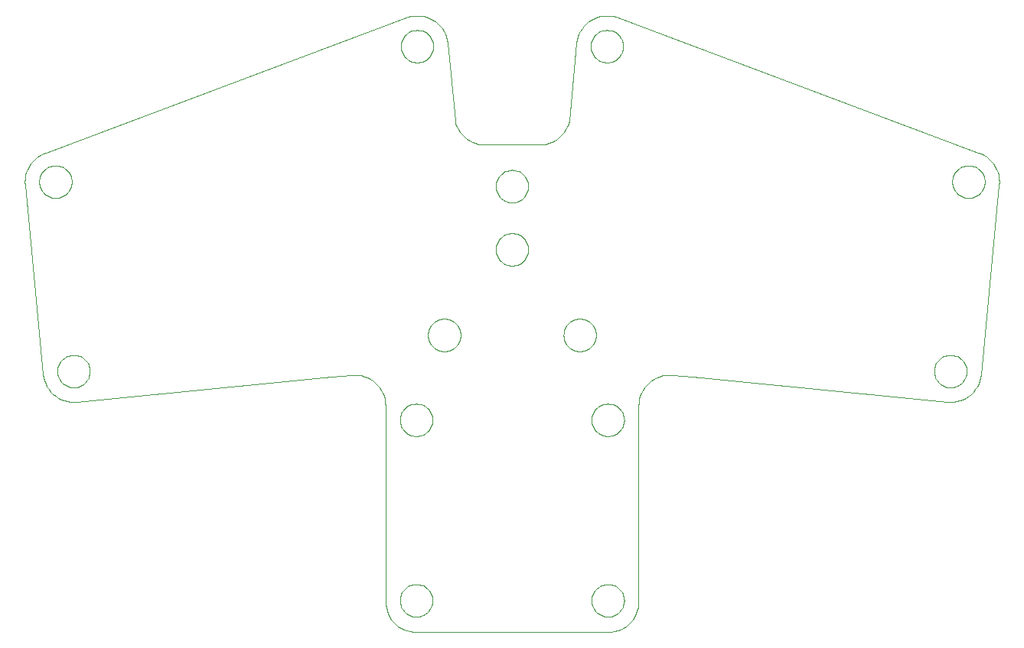
<source format=gbr>
%TF.GenerationSoftware,KiCad,Pcbnew,7.0.8*%
%TF.CreationDate,2023-10-23T18:19:39+02:00*%
%TF.ProjectId,LED_Eyes2,4c45445f-4579-4657-9332-2e6b69636164,rev?*%
%TF.SameCoordinates,Original*%
%TF.FileFunction,Profile,NP*%
%FSLAX46Y46*%
G04 Gerber Fmt 4.6, Leading zero omitted, Abs format (unit mm)*
G04 Created by KiCad (PCBNEW 7.0.8) date 2023-10-23 18:19:39*
%MOMM*%
%LPD*%
G01*
G04 APERTURE LIST*
%TA.AperFunction,Profile*%
%ADD10C,0.100000*%
%TD*%
G04 APERTURE END LIST*
D10*
X128893200Y-134621700D02*
X129075200Y-134572900D01*
X148849390Y-116333610D02*
X148859260Y-116145450D01*
X141505620Y-89375600D02*
X141608240Y-89533600D01*
X189649400Y-88374800D02*
X189817300Y-88289200D01*
X188175100Y-112694270D02*
X187993200Y-112645510D01*
X127737500Y-136889800D02*
X127688700Y-136707800D01*
X149842490Y-71607900D02*
X149498740Y-71700000D01*
X138991400Y-88977400D02*
X139149406Y-88874800D01*
X146282980Y-83484300D02*
X146155450Y-83816500D01*
X149310050Y-107307900D02*
X149261300Y-107489800D01*
X141608240Y-96533600D02*
X141693780Y-96701500D01*
X152410100Y-135959400D02*
X152439500Y-136145400D01*
X193930800Y-89578200D02*
X193875100Y-89226700D01*
X127688700Y-115959370D02*
X127737500Y-115777380D01*
X132076100Y-72658600D02*
X131824450Y-72406900D01*
X188759300Y-89745500D02*
X188788700Y-89559400D01*
X138844980Y-96096000D02*
X138991400Y-95977400D01*
X157804800Y-111352240D02*
X160049400Y-111576700D01*
X152924400Y-138960300D02*
X153176100Y-138708600D01*
X145047860Y-85184300D02*
X144749400Y-85378100D01*
X90817300Y-109289200D02*
X90993200Y-109221700D01*
X152439500Y-116145450D02*
X152449400Y-116333610D01*
X149211740Y-73729200D02*
X149344960Y-73596000D01*
X134108250Y-106033600D02*
X134193790Y-106201500D01*
X141107400Y-91889800D02*
X140949394Y-91992500D01*
X130256310Y-71607900D02*
X129904800Y-71552200D01*
X148905010Y-74201500D02*
X148990550Y-74033600D01*
X128549400Y-117892450D02*
X128391400Y-117789830D01*
X149444950Y-114995950D02*
X149591380Y-114877370D01*
X150649400Y-138133600D02*
X150461200Y-138123700D01*
X141810050Y-90059400D02*
X141839530Y-90245500D01*
X131239540Y-136521800D02*
X131210080Y-136707800D01*
X192310100Y-89559400D02*
X192339500Y-89745500D01*
X128093200Y-73875600D02*
X128211800Y-73729200D01*
X154922700Y-112458560D02*
X155174400Y-112206920D01*
X92449400Y-112492450D02*
X92281500Y-112577990D01*
X91923700Y-109172900D02*
X92105600Y-109221700D01*
X89737600Y-91723700D02*
X89549400Y-91733600D01*
X132175160Y-108694300D02*
X131993170Y-108645500D01*
X128391400Y-117789830D02*
X128245000Y-117671270D01*
X138259270Y-90621800D02*
X138249410Y-90433600D01*
X130507420Y-114877370D02*
X130653850Y-114995950D01*
X149093160Y-73875600D02*
X149211740Y-73729200D01*
X149339530Y-106745500D02*
X149349390Y-106933600D01*
X191300100Y-112932070D02*
X191493900Y-112633610D01*
X91361300Y-112723750D02*
X91175200Y-112694270D01*
X192547900Y-87182900D02*
X192249400Y-86989100D01*
X131210080Y-136707800D02*
X131161310Y-136889800D01*
X149005010Y-135601500D02*
X149090550Y-135433600D01*
X129637600Y-114543460D02*
X129823600Y-114572940D01*
X150549400Y-76733600D02*
X150361200Y-76723700D01*
X190193800Y-110201500D02*
X190261300Y-110377400D01*
X86168000Y-90289000D02*
X88168000Y-111289010D01*
X126922700Y-138708600D02*
X127174400Y-138960300D01*
X92753800Y-109596000D02*
X92887100Y-109729200D01*
X193076100Y-87658600D02*
X192824400Y-87406900D01*
X127737500Y-116889840D02*
X127688700Y-116707850D01*
X138337500Y-89877400D02*
X138405020Y-89701500D01*
X141839530Y-97621800D02*
X141810050Y-97807900D01*
X129175200Y-73172900D02*
X129361300Y-73143500D01*
X134339550Y-107121800D02*
X134310070Y-107307900D01*
X130181540Y-137978000D02*
X130005600Y-138045500D01*
X89788700Y-111307850D02*
X89759300Y-111121760D01*
X138490560Y-98333600D02*
X138405020Y-98165700D01*
X148759250Y-75121800D02*
X148749400Y-74933600D01*
X91549400Y-114333610D02*
X91904800Y-114314980D01*
X146817270Y-108578000D02*
X146649390Y-108492500D01*
X86315800Y-88883000D02*
X86223700Y-89226700D01*
X151753800Y-73596000D02*
X151887000Y-73729200D01*
X86149400Y-89933600D02*
X86168000Y-90289000D01*
X139149406Y-91992500D02*
X138991400Y-91889800D01*
X190261300Y-111489840D02*
X190193800Y-111665730D01*
X152449400Y-136333600D02*
X152439500Y-136521800D01*
X90211800Y-112138040D02*
X90093200Y-111991610D01*
X127749400Y-74933600D02*
X127759300Y-74745500D01*
X149005010Y-115601480D02*
X149090550Y-115433600D01*
X187093200Y-109875600D02*
X187211700Y-109729200D01*
X189105600Y-109221700D02*
X189281500Y-109289200D01*
X127174400Y-138960300D02*
X127451000Y-139184300D01*
X150649400Y-114533610D02*
X150837500Y-114543460D01*
X146344960Y-108271300D02*
X146211740Y-108138000D01*
X191930800Y-111289010D02*
X193930800Y-90289000D01*
X129923700Y-76694300D02*
X129737600Y-76723700D01*
X89990600Y-111833610D02*
X89905000Y-111665730D01*
X127649400Y-136333600D02*
X127659300Y-136145400D01*
X146993160Y-108645500D02*
X146817270Y-108578000D01*
X149349390Y-106933600D02*
X149339530Y-107121800D01*
X139675163Y-92194300D02*
X139493171Y-92145500D01*
X132783000Y-73883000D02*
X132655460Y-73550700D01*
X88491400Y-88477400D02*
X88649400Y-88374800D01*
X131993170Y-105221700D02*
X132175160Y-105172900D01*
X151700000Y-139667200D02*
X152032300Y-139539600D01*
X190549400Y-88133600D02*
X190737500Y-88143500D01*
X87849400Y-86989100D02*
X87550900Y-87182900D01*
X88798700Y-112932070D02*
X89022700Y-113208650D01*
X129737600Y-73143500D02*
X129923700Y-73172900D01*
X188990500Y-90833600D02*
X188905000Y-90665700D01*
X138288750Y-90807900D02*
X138259270Y-90621800D01*
X134261310Y-107489800D02*
X134193790Y-107665700D01*
X189449400Y-112492450D02*
X189281500Y-112577990D01*
X138844980Y-89096000D02*
X138991400Y-88977400D01*
X151256300Y-71607900D02*
X150904800Y-71552200D01*
X131161310Y-135777400D02*
X131210080Y-135959400D01*
X91361300Y-109143500D02*
X91549400Y-109133600D01*
X149261300Y-107489800D02*
X149193780Y-107665700D01*
X91349400Y-89933600D02*
X91339500Y-90121800D01*
X90345000Y-109596000D02*
X90491400Y-109477400D01*
X193875100Y-89226700D02*
X193783000Y-88883000D01*
X151707400Y-117789830D02*
X151549400Y-117892450D01*
X186990500Y-110033600D02*
X187093200Y-109875600D01*
X189491400Y-91389800D02*
X189345000Y-91271300D01*
X125593900Y-113033610D02*
X125755500Y-113350700D01*
X127659300Y-116521770D02*
X127649400Y-116333610D01*
X122649400Y-111333610D02*
X123004800Y-111352240D01*
X152310100Y-74559400D02*
X152339500Y-74745500D01*
X140949394Y-98992500D02*
X140781517Y-99078000D01*
X149491390Y-73477400D02*
X149649390Y-73374800D01*
X150461200Y-138123700D02*
X150275200Y-138094300D01*
X130005600Y-138045500D02*
X129823600Y-138094300D01*
X133449410Y-108492500D02*
X133281530Y-108578000D01*
X151023600Y-114572940D02*
X151205600Y-114621710D01*
X128549400Y-134774700D02*
X128717300Y-134689200D01*
X189600000Y-114167200D02*
X189932300Y-114039660D01*
X149917260Y-114689230D02*
X150093200Y-114621710D01*
X140423637Y-99194300D02*
X140237541Y-99223700D01*
X125883000Y-113682940D02*
X125975100Y-114026710D01*
X147798730Y-72935100D02*
X147604910Y-73233600D01*
X152293800Y-117065740D02*
X152208200Y-117233600D01*
X141761300Y-89877400D02*
X141810050Y-90059400D01*
X131261310Y-74377400D02*
X131310070Y-74559400D01*
X149491390Y-76389800D02*
X149344960Y-76271300D01*
X90753800Y-91271300D02*
X90607400Y-91389800D01*
X191887000Y-91138000D02*
X191753800Y-91271300D01*
X188749400Y-89933600D02*
X188759300Y-89745500D01*
X87990600Y-90833600D02*
X87905000Y-90665700D01*
X131108250Y-75833600D02*
X131005640Y-75991600D01*
X141810050Y-97807900D02*
X141761300Y-97989800D01*
X147737540Y-108723700D02*
X147549400Y-108733600D01*
X125975100Y-114026710D02*
X126030800Y-114378210D01*
X90753800Y-88596000D02*
X90887100Y-88729200D01*
X130105640Y-73221700D02*
X130281530Y-73289200D01*
X134193790Y-106201500D02*
X134261310Y-106377400D01*
X87274400Y-87406900D02*
X87022700Y-87658600D01*
X126049400Y-114733600D02*
X126049400Y-136433600D01*
X140605629Y-95721700D02*
X140781517Y-95789200D01*
X141839530Y-90245500D02*
X141849390Y-90433600D01*
X130181540Y-117977990D02*
X130005600Y-118045510D01*
X132493890Y-73233600D02*
X132300070Y-72935100D01*
X189105600Y-112645510D02*
X188923600Y-112694270D01*
X127993200Y-137391600D02*
X127890600Y-137233600D01*
X131547870Y-72182900D02*
X131249410Y-71989100D01*
X130507420Y-137789800D02*
X130349400Y-137892400D01*
X139861259Y-99223700D02*
X139675163Y-99194300D01*
X149591380Y-117789830D02*
X149444950Y-117671270D01*
X141849390Y-97433600D02*
X141839530Y-97621800D01*
X138337500Y-90989800D02*
X138288750Y-90807900D01*
X140423637Y-88672900D02*
X140605629Y-88721700D01*
X88211800Y-91138000D02*
X88093200Y-90991600D01*
X129823600Y-134572900D02*
X130005600Y-134621700D01*
X86168000Y-89578200D02*
X86149400Y-89933600D01*
X189607400Y-112389840D02*
X189449400Y-112492450D01*
X93108300Y-110033600D02*
X93193800Y-110201500D01*
X190339500Y-111121760D02*
X190310100Y-111307850D01*
X155174400Y-112206920D02*
X155450900Y-111982950D01*
X189211700Y-91138000D02*
X189093200Y-90991600D01*
X141608240Y-98333600D02*
X141505620Y-98491600D01*
X143049400Y-85833600D02*
X137049400Y-85833600D01*
X127749400Y-139378100D02*
X128066500Y-139539600D01*
X189491400Y-88477400D02*
X189649400Y-88374800D01*
X149498740Y-71700000D02*
X149166480Y-71827600D01*
X129075200Y-134572900D02*
X129261300Y-134543400D01*
X187993200Y-109221700D02*
X188175100Y-109172900D01*
X140237541Y-99223700D02*
X140049400Y-99233600D01*
X152105600Y-137391600D02*
X151987100Y-137538000D01*
X187093200Y-111991610D02*
X186990500Y-111833610D01*
X149993160Y-76645500D02*
X149817270Y-76578000D01*
X151449400Y-73374800D02*
X151607400Y-73477400D01*
X149817270Y-76578000D02*
X149649390Y-76492500D01*
X152261300Y-74377400D02*
X152310100Y-74559400D01*
X149344960Y-73596000D02*
X149491390Y-73477400D01*
X130759270Y-107121800D02*
X130749410Y-106933600D01*
X139493171Y-92145500D02*
X139317283Y-92078000D01*
X90491400Y-112389840D02*
X90345000Y-112271260D01*
X133887060Y-105729200D02*
X134005640Y-105875600D01*
X187817300Y-112577990D02*
X187649400Y-112492450D01*
X128245000Y-114995950D02*
X128391400Y-114877370D01*
X91175200Y-112694270D02*
X90993200Y-112645510D01*
X133449410Y-105374800D02*
X133607410Y-105477400D01*
X89549400Y-88133600D02*
X89737600Y-88143500D01*
X146817270Y-105289200D02*
X146993160Y-105221700D01*
X148937490Y-136889800D02*
X148888720Y-136707800D01*
X151987100Y-135129200D02*
X152105600Y-135275600D01*
X132875110Y-74226700D02*
X132783000Y-73883000D01*
X141810050Y-97059400D02*
X141839530Y-97245500D01*
X130990560Y-106033600D02*
X131093180Y-105875600D01*
X152310100Y-75307900D02*
X152261300Y-75489800D01*
X147361240Y-105143500D02*
X147549400Y-105133600D01*
X131817280Y-105289200D02*
X131993170Y-105221700D01*
X135050940Y-85184300D02*
X134774360Y-84960300D01*
X152005600Y-73875600D02*
X152108200Y-74033600D01*
X90993200Y-109221700D02*
X91175200Y-109172900D01*
X123700100Y-111500020D02*
X124032300Y-111627550D01*
X186759300Y-110745460D02*
X186788700Y-110559360D01*
X191607400Y-91389800D02*
X191449400Y-91492500D01*
X134310070Y-106559400D02*
X134339550Y-106745500D01*
X140605629Y-92145500D02*
X140423637Y-92194300D01*
X187345000Y-109596000D02*
X187491400Y-109477400D01*
X152361300Y-115777380D02*
X152410100Y-115959370D01*
X192108200Y-89033600D02*
X192193800Y-89201500D01*
X147175150Y-108694300D02*
X146993160Y-108645500D01*
X134104930Y-84133600D02*
X133943350Y-83816500D01*
X186749400Y-110933600D02*
X186759300Y-110745460D01*
X189887000Y-109729200D02*
X190005600Y-109875600D01*
X126068000Y-136789000D02*
X126123700Y-137140500D01*
X131817280Y-108578000D02*
X131649410Y-108492500D01*
X131310070Y-74559400D02*
X131339550Y-74745500D01*
X148281520Y-105289200D02*
X148449390Y-105374800D01*
X129637600Y-138123700D02*
X129449400Y-138133600D01*
X134005640Y-105875600D02*
X134108250Y-106033600D01*
X151381500Y-114689230D02*
X151549400Y-114774760D01*
X191875100Y-111640510D02*
X191930800Y-111289010D01*
X151607400Y-76389800D02*
X151449400Y-76492500D01*
X153593900Y-138133600D02*
X153755400Y-137816500D01*
X130990560Y-107833600D02*
X130905020Y-107665700D01*
X149311730Y-135129200D02*
X149444950Y-134995900D01*
X131005640Y-73875600D02*
X131108250Y-74033600D01*
X138593180Y-89375600D02*
X138711750Y-89229200D01*
X152293800Y-115601480D02*
X152361300Y-115777380D01*
X189449400Y-109374800D02*
X189607400Y-109477400D01*
X186759300Y-111121760D02*
X186749400Y-110933600D01*
X150093200Y-114621710D02*
X150275200Y-114572940D01*
X93005600Y-111991610D02*
X92887100Y-112138040D01*
X157449400Y-111333610D02*
X157804800Y-111352240D01*
X190310100Y-111307850D02*
X190261300Y-111489840D01*
X148281520Y-108578000D02*
X148105630Y-108645500D01*
X190261300Y-110377400D02*
X190310100Y-110559360D01*
X152208200Y-135433600D02*
X152293800Y-135601500D01*
X152361300Y-136889800D02*
X152293800Y-137065700D01*
X131005640Y-75991600D02*
X130887060Y-76138000D01*
X190005600Y-111991610D02*
X189887000Y-112138040D01*
X152193800Y-75665700D02*
X152108200Y-75833600D01*
X192108200Y-90833600D02*
X192005600Y-90991600D01*
X93310100Y-110559360D02*
X93339500Y-110745460D01*
X188788700Y-89559400D02*
X188837500Y-89377400D01*
X154030800Y-136789000D02*
X154049400Y-136433600D01*
X128345000Y-73596000D02*
X128491400Y-73477400D01*
X192339500Y-89745500D02*
X192349400Y-89933600D01*
X150361200Y-73143500D02*
X150549400Y-73133600D01*
X131824450Y-72406900D02*
X131547870Y-72182900D01*
X152339500Y-74745500D02*
X152349400Y-74933600D01*
X154343300Y-113350700D02*
X154504900Y-113033610D01*
X141761300Y-90989800D02*
X141693780Y-91165700D01*
X188990500Y-89033600D02*
X189093200Y-88875600D01*
X144432300Y-85539700D02*
X144100040Y-85667200D01*
X145990550Y-107833600D02*
X145905010Y-107665700D01*
X150837500Y-114543460D02*
X151023600Y-114572940D01*
X91194000Y-114314980D02*
X91549400Y-114333610D01*
X92281500Y-112577990D02*
X92105600Y-112645510D01*
X141693780Y-98165700D02*
X141608240Y-98333600D01*
X140949394Y-95874800D02*
X141107400Y-95977400D01*
X128211800Y-73729200D02*
X128345000Y-73596000D01*
X90449400Y-88374800D02*
X90607400Y-88477400D01*
X90993200Y-112645510D02*
X90817300Y-112577990D01*
X149591380Y-114877370D02*
X149749400Y-114774760D01*
X131261310Y-75489800D02*
X131193790Y-75665700D01*
X92105600Y-112645510D02*
X91923700Y-112694270D01*
X134298740Y-84432100D02*
X134104930Y-84133600D01*
X129261300Y-134543400D02*
X129449400Y-134533600D01*
X130653850Y-114995950D02*
X130787070Y-115129170D01*
X191281500Y-91578000D02*
X191105600Y-91645500D01*
X152005600Y-75991600D02*
X151887000Y-76138000D01*
X133887060Y-108138000D02*
X133753840Y-108271300D01*
X91339500Y-90121800D02*
X91310100Y-90307900D01*
X152105600Y-115275600D02*
X152208200Y-115433600D01*
X128717300Y-134689200D02*
X128893200Y-134621700D01*
X90607400Y-91389800D02*
X90449400Y-91492500D01*
X190310100Y-110559360D02*
X190339500Y-110745460D01*
X145837490Y-106377400D02*
X145905010Y-106201500D01*
X92887100Y-109729200D02*
X93005600Y-109875600D01*
X128491400Y-76389800D02*
X128345000Y-76271300D01*
X132737560Y-105143500D02*
X132923650Y-105172900D01*
X134522710Y-84708700D02*
X134298740Y-84432100D01*
X152349400Y-139378100D02*
X152647800Y-139184300D01*
X130449410Y-73374800D02*
X130607410Y-73477400D01*
X131008250Y-137233600D02*
X130905630Y-137391600D01*
X87788700Y-90307900D02*
X87759300Y-90121800D01*
X149917260Y-134689200D02*
X150093200Y-134621700D01*
X129449400Y-138133600D02*
X129261300Y-138123700D01*
X131249410Y-116333610D02*
X131239540Y-116521770D01*
X192349400Y-89933600D02*
X192339500Y-90121800D01*
X141693780Y-89701500D02*
X141761300Y-89877400D01*
X128391400Y-134877400D02*
X128549400Y-134774700D01*
X87788700Y-89559400D02*
X87837500Y-89377400D01*
X130607410Y-73477400D02*
X130753840Y-73596000D01*
X131108250Y-74033600D02*
X131193790Y-74201500D01*
X190193800Y-111665730D02*
X190108200Y-111833610D01*
X151381500Y-117977990D02*
X151205600Y-118045510D01*
X134310070Y-107307900D02*
X134261310Y-107489800D01*
X123356300Y-111407900D02*
X123700100Y-111500020D01*
X151205600Y-114621710D02*
X151381500Y-114689230D01*
X93261300Y-110377400D02*
X93310100Y-110559360D01*
X147443340Y-73550700D02*
X147315800Y-73883000D01*
X126123700Y-137140500D02*
X126215800Y-137484200D01*
X86798700Y-87935100D02*
X86604900Y-88233600D01*
X138259270Y-97245500D02*
X138288750Y-97059400D01*
X130837500Y-106377400D02*
X130905020Y-106201500D01*
X152439500Y-136521800D02*
X152410100Y-136707800D01*
X141693780Y-96701500D02*
X141761300Y-96877400D01*
X191783000Y-111984260D02*
X191875100Y-111640510D01*
X129361300Y-76723700D02*
X129175200Y-76694300D01*
X151853800Y-137671300D02*
X151707400Y-137789800D01*
X190737500Y-91723700D02*
X190549400Y-91733600D01*
X131239540Y-116521770D02*
X131210080Y-116707850D01*
X130181540Y-114689230D02*
X130349400Y-114774760D01*
X138844980Y-98771300D02*
X138711750Y-98638000D01*
X138711750Y-96229200D02*
X138844980Y-96096000D01*
X131093790Y-137065700D02*
X131008250Y-137233600D01*
X130787070Y-137538000D02*
X130653850Y-137671300D01*
X141608240Y-89533600D02*
X141693780Y-89701500D01*
X130607410Y-76389800D02*
X130449410Y-76492500D01*
X189093200Y-88875600D02*
X189211700Y-88729200D01*
X130653850Y-134995900D02*
X130787070Y-135129200D01*
X89759300Y-111121760D02*
X89749400Y-110933600D01*
X188549400Y-112733600D02*
X188361200Y-112723750D01*
X128549400Y-114774760D02*
X128717300Y-114689230D01*
X130787070Y-115129170D02*
X130905630Y-115275600D01*
X154698700Y-112735140D02*
X154922700Y-112458560D01*
X193655400Y-88550700D02*
X193493900Y-88233600D01*
X124647900Y-111982950D02*
X124924400Y-112206920D01*
X93310100Y-111307850D02*
X93261300Y-111489840D01*
X130749410Y-106933600D02*
X130759270Y-106745500D01*
X127890600Y-117233600D02*
X127805000Y-117065740D01*
X129823600Y-114572940D02*
X130005600Y-114621710D01*
X151549400Y-137892400D02*
X151381500Y-137978000D01*
X154123700Y-114026710D02*
X154215800Y-113682940D01*
X149193780Y-107665700D02*
X149108240Y-107833600D01*
X127837500Y-75489800D02*
X127788700Y-75307900D01*
X90166500Y-114039660D02*
X90498800Y-114167200D01*
X146211740Y-105729200D02*
X146344960Y-105596000D01*
X133753840Y-108271300D02*
X133607410Y-108389800D01*
X128893200Y-118045510D02*
X128717300Y-117977990D01*
X150549400Y-73133600D02*
X150737500Y-73143500D01*
X88345000Y-88596000D02*
X88491400Y-88477400D01*
X88093200Y-88875600D02*
X88211800Y-88729200D01*
X156742500Y-111407900D02*
X157094000Y-111352240D01*
X152410100Y-115959370D02*
X152439500Y-116145450D01*
X188923600Y-109172900D02*
X189105600Y-109221700D01*
X133105640Y-105221700D02*
X133281530Y-105289200D01*
X145749400Y-106933600D02*
X145759250Y-106745500D01*
X187993200Y-112645510D02*
X187817300Y-112577990D01*
X131093790Y-117065740D02*
X131008250Y-117233600D01*
X149591380Y-137789800D02*
X149444950Y-137671300D01*
X90345000Y-112271260D02*
X90211800Y-112138040D01*
X132655460Y-73550700D02*
X132493890Y-73233600D01*
X148859260Y-136145400D02*
X148888720Y-135959400D01*
X141253820Y-96096000D02*
X141387050Y-96229200D01*
X150649400Y-118133610D02*
X150461200Y-118123740D01*
X89022700Y-113208650D02*
X89274400Y-113460300D01*
X146344960Y-105596000D02*
X146491390Y-105477400D01*
X145990550Y-106033600D02*
X146093160Y-105875600D01*
X147737540Y-105143500D02*
X147923640Y-105172900D01*
X90281500Y-88289200D02*
X90449400Y-88374800D01*
X149090550Y-135433600D02*
X149193170Y-135275600D01*
X151753800Y-76271300D02*
X151607400Y-76389800D01*
X151987100Y-137538000D02*
X151853800Y-137671300D01*
X129449400Y-118133610D02*
X129261300Y-118123740D01*
X138288750Y-90059400D02*
X138337500Y-89877400D01*
X128245000Y-137671300D02*
X128111700Y-137538000D01*
X90498800Y-114167200D02*
X90842500Y-114259310D01*
X130653850Y-137671300D02*
X130507420Y-137789800D01*
X187649400Y-112492450D02*
X187491400Y-112389840D01*
X89361300Y-88143500D02*
X89549400Y-88133600D01*
X88166500Y-86827600D02*
X87849400Y-86989100D01*
X129075200Y-114572940D02*
X129261300Y-114543460D01*
X138490560Y-91333600D02*
X138405020Y-91165700D01*
X151023600Y-118094280D02*
X150837500Y-118123740D01*
X87550900Y-87182900D02*
X87274400Y-87406900D01*
X149193170Y-115275600D02*
X149311730Y-115129170D01*
X188194000Y-114314980D02*
X188549400Y-114333610D01*
X149193780Y-106201500D02*
X149261300Y-106377400D01*
X144749400Y-85378100D02*
X144432300Y-85539700D01*
X128817300Y-76578000D02*
X128649400Y-76492500D01*
X134774360Y-84960300D02*
X134522710Y-84708700D01*
X141387050Y-96229200D02*
X141505620Y-96375600D01*
X151281500Y-73289200D02*
X151449400Y-73374800D01*
X192193800Y-89201500D02*
X192261300Y-89377400D01*
X149193170Y-117391620D02*
X149090550Y-117233600D01*
X149339530Y-107121800D02*
X149310050Y-107307900D01*
X131993170Y-108645500D02*
X131817280Y-108578000D01*
X131161310Y-116889840D02*
X131093790Y-117065740D01*
X139317283Y-88789200D02*
X139493171Y-88721700D01*
X129549400Y-73133600D02*
X129737600Y-73143500D01*
X130932320Y-71827600D02*
X130600060Y-71700000D01*
X134005640Y-107991600D02*
X133887060Y-108138000D01*
X133281530Y-105289200D02*
X133449410Y-105374800D01*
X130653850Y-117671270D02*
X130507420Y-117789830D01*
X93193800Y-110201500D02*
X93261300Y-110377400D01*
X190175100Y-88172900D02*
X190361200Y-88143500D01*
X151356300Y-139759300D02*
X151700000Y-139667200D01*
X151707400Y-137789800D02*
X151549400Y-137892400D01*
X86223700Y-89226700D02*
X86168000Y-89578200D01*
X190923600Y-88172900D02*
X191105600Y-88221700D01*
X149817270Y-73289200D02*
X149993160Y-73221700D01*
X124032300Y-111627550D02*
X124349400Y-111789110D01*
X191753800Y-88596000D02*
X191887000Y-88729200D01*
X131210080Y-116707850D02*
X131161310Y-116889840D01*
X141253820Y-98771300D02*
X141107400Y-98889800D01*
X131008250Y-135433600D02*
X131093790Y-135601500D01*
X189345000Y-91271300D02*
X189211700Y-91138000D01*
X89788700Y-110559360D02*
X89837500Y-110377400D01*
X130005600Y-134621700D02*
X130181540Y-134689200D01*
X148753820Y-108271300D02*
X148607400Y-108389800D01*
X188549400Y-109133600D02*
X188737500Y-109143500D01*
X88168000Y-111289010D02*
X88223700Y-111640510D01*
X128993200Y-76645500D02*
X128817300Y-76578000D01*
X152261300Y-75489800D02*
X152193800Y-75665700D01*
X140237541Y-95643500D02*
X140423637Y-95672900D01*
X188837500Y-89377400D02*
X188905000Y-89201500D01*
X131249410Y-136333600D02*
X131239540Y-136521800D01*
X189607400Y-109477400D02*
X189753800Y-109596000D01*
X152410100Y-116707850D02*
X152361300Y-116889840D01*
X189753800Y-112271260D02*
X189607400Y-112389840D01*
X91108300Y-90833600D02*
X91005600Y-90991600D01*
X87905000Y-89201500D02*
X87990600Y-89033600D01*
X127890600Y-137233600D02*
X127805000Y-137065700D01*
X141253820Y-91771300D02*
X141107400Y-91889800D01*
X152361300Y-135777400D02*
X152410100Y-135959400D01*
X150904800Y-71552200D02*
X150549400Y-71533600D01*
X131239540Y-136145400D02*
X131249410Y-136333600D01*
X134261310Y-106377400D02*
X134310070Y-106559400D01*
X89990600Y-110033600D02*
X90093200Y-109875600D01*
X139493171Y-99145500D02*
X139317283Y-99078000D01*
X148888720Y-115959370D02*
X148937490Y-115777380D01*
X88498800Y-86700000D02*
X88166500Y-86827600D01*
X88093200Y-90991600D02*
X87990600Y-90833600D01*
X132549400Y-105133600D02*
X132737560Y-105143500D01*
X132175160Y-105172900D02*
X132361260Y-105143500D01*
X147923640Y-105172900D02*
X148105630Y-105221700D01*
X145905010Y-107665700D02*
X145837490Y-107489800D01*
X151205600Y-138045500D02*
X151023600Y-138094300D01*
X188361200Y-112723750D02*
X188175100Y-112694270D01*
X152105600Y-117391620D02*
X151987100Y-117538050D01*
X141693780Y-91165700D02*
X141608240Y-91333600D01*
X188904800Y-114314980D02*
X189256300Y-114259310D01*
X131491400Y-108389800D02*
X131344980Y-108271300D01*
X138249410Y-90433600D02*
X138259270Y-90245500D01*
X130788750Y-106559400D02*
X130837500Y-106377400D01*
X150093200Y-138045500D02*
X149917260Y-137978000D01*
X150093200Y-134621700D02*
X150275200Y-134572900D01*
X128717300Y-117977990D02*
X128549400Y-117892450D01*
X147361240Y-108723700D02*
X147175150Y-108694300D01*
X130887060Y-76138000D02*
X130753840Y-76271300D01*
X149166480Y-71827600D02*
X148849390Y-71989100D01*
X120049400Y-111569160D02*
X120049400Y-111576700D01*
X153755400Y-137816500D02*
X153883000Y-137484200D01*
X127737500Y-115777380D02*
X127805000Y-115601480D01*
X145324440Y-84960300D02*
X145047860Y-85184300D01*
X128111700Y-137538000D02*
X127993200Y-137391600D01*
X127737500Y-135777400D02*
X127805000Y-135601500D01*
X145800060Y-84432100D02*
X145576090Y-84708700D01*
X149444950Y-137671300D02*
X149311730Y-137538000D01*
X190175100Y-91694300D02*
X189993200Y-91645500D01*
X148888720Y-136707800D02*
X148859260Y-136521800D01*
X89175200Y-88172900D02*
X89361300Y-88143500D01*
X129449400Y-139833600D02*
X150649400Y-139833600D01*
X88649400Y-88374800D02*
X88817300Y-88289200D01*
X147923640Y-108694300D02*
X147737540Y-108723700D01*
X138405020Y-96701500D02*
X138490560Y-96533600D01*
X139317283Y-99078000D02*
X139149406Y-98992500D01*
X190005600Y-109875600D02*
X190108200Y-110033600D01*
X149005620Y-105875600D02*
X149108240Y-106033600D01*
X129075200Y-118094280D02*
X128893200Y-118045510D01*
X138259270Y-97621800D02*
X138249410Y-97433600D01*
X130753840Y-76271300D02*
X130607410Y-76389800D01*
X141839530Y-97245500D02*
X141849390Y-97433600D01*
X188905000Y-90665700D02*
X188837500Y-90489800D01*
X191105600Y-91645500D02*
X190923600Y-91694300D01*
X147175150Y-105172900D02*
X147361240Y-105143500D01*
X88993200Y-91645500D02*
X88817300Y-91578000D01*
X127659300Y-136521800D02*
X127649400Y-136333600D01*
X152293800Y-137065700D02*
X152208200Y-137233600D01*
X129261300Y-118123740D02*
X129075200Y-118094280D01*
X131093180Y-105875600D02*
X131211750Y-105729200D01*
X131344980Y-108271300D02*
X131211750Y-108138000D01*
X190361200Y-88143500D02*
X190549400Y-88133600D01*
X154504900Y-113033610D02*
X154698700Y-112735140D01*
X151549400Y-114774760D02*
X151707400Y-114877370D01*
X139149406Y-88874800D02*
X139317283Y-88789200D01*
X149005010Y-137065700D02*
X148937490Y-136889800D01*
X140049400Y-95633600D02*
X140237541Y-95643500D01*
X193493900Y-88233600D02*
X193300100Y-87935100D01*
X130788750Y-107307900D02*
X130759270Y-107121800D01*
X141387050Y-98638000D02*
X141253820Y-98771300D01*
X146491390Y-105477400D02*
X146649390Y-105374800D01*
X190361200Y-91723700D02*
X190175100Y-91694300D01*
X150461200Y-118123740D02*
X150275200Y-118094280D01*
X141505620Y-96375600D02*
X141608240Y-96533600D01*
X145759250Y-106745500D02*
X145788730Y-106559400D01*
X93005600Y-109875600D02*
X93108300Y-110033600D01*
X149090550Y-117233600D02*
X149005010Y-117065740D01*
X189753800Y-109596000D02*
X189887000Y-109729200D01*
X148849390Y-71989100D02*
X148550930Y-72182900D01*
X93339500Y-110745460D02*
X93349400Y-110933600D01*
X131008250Y-115433600D02*
X131093790Y-115601480D01*
X130837500Y-107489800D02*
X130788750Y-107307900D01*
X189993200Y-88221700D02*
X190175100Y-88172900D01*
X92887100Y-112138040D02*
X92753800Y-112271260D01*
X155749400Y-111789110D02*
X156066500Y-111627550D01*
X190923600Y-91694300D02*
X190737500Y-91723700D01*
X152108200Y-74033600D02*
X152193800Y-74201500D01*
X128345000Y-76271300D02*
X128211800Y-76138000D01*
X189281500Y-109289200D02*
X189449400Y-109374800D01*
X130905630Y-137391600D02*
X130787070Y-137538000D01*
X132930780Y-74578200D02*
X132875110Y-74226700D01*
X148888720Y-116707850D02*
X148859260Y-116521770D01*
X128391400Y-114877370D02*
X128549400Y-114774760D01*
X136342510Y-85759300D02*
X135998760Y-85667200D01*
X91904800Y-114314980D02*
X120049400Y-111569160D01*
X131249410Y-71989100D02*
X130932320Y-71827600D01*
X147315800Y-73883000D02*
X147223690Y-74226700D01*
X130281530Y-73289200D02*
X130449410Y-73374800D01*
X148905010Y-75665700D02*
X148837490Y-75489800D01*
X148753820Y-105596000D02*
X148887050Y-105729200D01*
X131239540Y-116145450D02*
X131249410Y-116333610D01*
X138405020Y-98165700D02*
X138337500Y-97989800D01*
X148607400Y-108389800D02*
X148449390Y-108492500D01*
X138337500Y-96877400D02*
X138405020Y-96701500D01*
X133607410Y-108389800D02*
X133449410Y-108492500D01*
X92449400Y-109374800D02*
X92607400Y-109477400D01*
X150275200Y-134572900D02*
X150461200Y-134543400D01*
X150275200Y-138094300D02*
X150093200Y-138045500D01*
X138844980Y-91771300D02*
X138711750Y-91638000D01*
X130759270Y-106745500D02*
X130788750Y-106559400D01*
X146093160Y-107991600D02*
X145990550Y-107833600D01*
X148887050Y-108138000D02*
X148753820Y-108271300D01*
X128111700Y-135129200D02*
X128245000Y-134995900D01*
X139149406Y-95874800D02*
X139317283Y-95789200D01*
X91193800Y-89201500D02*
X91261300Y-89377400D01*
X140237541Y-88643500D02*
X140423637Y-88672900D01*
X89549400Y-91733600D02*
X89361300Y-91723700D01*
X188923600Y-112694270D02*
X188737500Y-112723750D01*
X148105630Y-105221700D02*
X148281520Y-105289200D01*
X148888720Y-135959400D02*
X148937490Y-135777400D01*
X141761300Y-96877400D02*
X141810050Y-97059400D01*
X139493171Y-88721700D02*
X139675163Y-88672900D01*
X138288750Y-97807900D02*
X138259270Y-97621800D01*
X149311730Y-137538000D02*
X149193170Y-137391600D01*
X92281500Y-109289200D02*
X92449400Y-109374800D01*
X150923600Y-76694300D02*
X150737500Y-76723700D01*
X141608240Y-91333600D02*
X141505620Y-91491600D01*
X150837500Y-138123700D02*
X150649400Y-138133600D01*
X153975100Y-137140500D02*
X154030800Y-136789000D01*
X88223700Y-111640510D02*
X88315800Y-111984260D01*
X145576090Y-84708700D02*
X145324440Y-84960300D01*
X123004800Y-111352240D02*
X123356300Y-111407900D01*
X149261300Y-106377400D02*
X149310050Y-106559400D01*
X131008250Y-117233600D02*
X130905630Y-117391620D01*
X127805000Y-115601480D02*
X127890600Y-115433600D01*
X141810050Y-90807900D02*
X141761300Y-90989800D01*
X124924400Y-112206920D02*
X125176100Y-112458560D01*
X150837500Y-118123740D02*
X150649400Y-118133610D01*
X152032300Y-139539600D02*
X152349400Y-139378100D01*
X89923700Y-91694300D02*
X89737600Y-91723700D01*
X141387050Y-89229200D02*
X141505620Y-89375600D01*
X133105640Y-108645500D02*
X132923650Y-108694300D01*
X126698800Y-138432100D02*
X126922700Y-138708600D01*
X188737500Y-109143500D02*
X188923600Y-109172900D01*
X91549400Y-109133600D02*
X91737600Y-109143500D01*
X149090550Y-137233600D02*
X149005010Y-137065700D01*
X192824400Y-87406900D02*
X192547900Y-87182900D01*
X92607400Y-109477400D02*
X92753800Y-109596000D01*
X191493900Y-112633610D02*
X191655400Y-112316520D01*
X140049400Y-92233600D02*
X139861259Y-92223700D01*
X186837500Y-110377400D02*
X186905000Y-110201500D01*
X128717300Y-137978000D02*
X128549400Y-137892400D01*
X148837490Y-74377400D02*
X148905010Y-74201500D01*
X130181540Y-134689200D02*
X130349400Y-134774700D01*
X129823600Y-118094280D02*
X129637600Y-118123740D01*
X138490560Y-89533600D02*
X138593180Y-89375600D01*
X140781517Y-99078000D02*
X140605629Y-99145500D01*
X129449400Y-134533600D02*
X129637600Y-134543400D01*
X148937490Y-135777400D02*
X149005010Y-135601500D01*
X127805000Y-137065700D02*
X127737500Y-136889800D01*
X188837500Y-90489800D02*
X188788700Y-90307900D01*
X150361200Y-76723700D02*
X150175100Y-76694300D01*
X150175100Y-76694300D02*
X149993160Y-76645500D01*
X89837500Y-111489840D02*
X89788700Y-111307850D01*
X88345000Y-91271300D02*
X88211800Y-91138000D01*
X151023600Y-138094300D02*
X150837500Y-138123700D01*
X128993200Y-73221700D02*
X129175200Y-73172900D01*
X127688700Y-136707800D02*
X127659300Y-136521800D01*
X149311730Y-115129170D02*
X149444950Y-114995950D01*
X151707400Y-134877400D02*
X151853800Y-134995900D01*
X154215800Y-113682940D02*
X154343300Y-113350700D01*
X131649410Y-105374800D02*
X131817280Y-105289200D01*
X152439500Y-116521770D02*
X152410100Y-116707850D01*
X138337500Y-97989800D02*
X138288750Y-97807900D01*
X186837500Y-111489840D02*
X186788700Y-111307850D01*
X130787070Y-117538050D02*
X130653850Y-117671270D01*
X91175200Y-109172900D02*
X91361300Y-109143500D01*
X127993200Y-115275600D02*
X128111700Y-115129170D01*
X191600000Y-86700000D02*
X151600000Y-71700000D01*
X192005600Y-90991600D02*
X191887000Y-91138000D01*
X127805000Y-135601500D02*
X127890600Y-135433600D01*
X160049400Y-111576700D02*
X160049400Y-111569160D01*
X149108240Y-107833600D02*
X149005620Y-107991600D01*
X91737600Y-112723750D02*
X91549400Y-112733600D01*
X91310100Y-89559400D02*
X91339500Y-89745500D01*
X133943350Y-83816500D02*
X133815820Y-83484300D01*
X130349400Y-114774760D02*
X130507420Y-114877370D01*
X127688700Y-135959400D02*
X127737500Y-135777400D01*
X151449400Y-76492500D02*
X151281500Y-76578000D01*
X131211750Y-108138000D02*
X131093180Y-107991600D01*
X134193790Y-107665700D02*
X134108250Y-107833600D01*
X188737500Y-112723750D02*
X188549400Y-112733600D01*
X141505620Y-91491600D02*
X141387050Y-91638000D01*
X149108240Y-106033600D02*
X149193780Y-106201500D01*
X149749400Y-117892450D02*
X149591380Y-117789830D01*
X150737500Y-73143500D02*
X150923600Y-73172900D01*
X134339550Y-106745500D02*
X134349400Y-106933600D01*
X131093790Y-115601480D02*
X131161310Y-115777380D01*
X130905020Y-106201500D02*
X130990560Y-106033600D01*
X129549400Y-71533600D02*
X129194000Y-71552200D01*
X148937490Y-115777380D02*
X149005010Y-115601480D01*
X128093200Y-75991600D02*
X127990600Y-75833600D01*
X148859260Y-116145450D02*
X148888720Y-115959370D01*
X141107400Y-95977400D02*
X141253820Y-96096000D01*
X127659300Y-136145400D02*
X127688700Y-135959400D01*
X93349400Y-110933600D02*
X93339500Y-111121760D01*
X130449410Y-76492500D02*
X130281530Y-76578000D01*
X130905630Y-135275600D02*
X131008250Y-135433600D01*
X125400100Y-112735140D02*
X125593900Y-113033610D01*
X127993200Y-135275600D02*
X128111700Y-135129200D01*
X148887050Y-105729200D02*
X149005620Y-105875600D01*
X90093200Y-111991610D02*
X89990600Y-111833610D01*
X86604900Y-88233600D02*
X86443400Y-88550700D01*
X90105600Y-91645500D02*
X89923700Y-91694300D01*
X89274400Y-113460300D02*
X89550900Y-113684270D01*
X131211750Y-105729200D02*
X131344980Y-105596000D01*
X90491400Y-109477400D02*
X90649400Y-109374800D01*
X138490560Y-96533600D02*
X138593180Y-96375600D01*
X128817300Y-73289200D02*
X128993200Y-73221700D01*
X150194000Y-71552200D02*
X149842490Y-71607900D01*
X191887000Y-88729200D02*
X192005600Y-88875600D01*
X88491400Y-91389800D02*
X88345000Y-91271300D01*
X88817300Y-88289200D02*
X88993200Y-88221700D01*
X189256300Y-114259310D02*
X189600000Y-114167200D01*
X90649400Y-112492450D02*
X90491400Y-112389840D01*
X149444950Y-134995900D02*
X149591380Y-134877400D01*
X140949394Y-91992500D02*
X140781517Y-92078000D01*
X191076100Y-113208650D02*
X191300100Y-112932070D01*
X138991400Y-98889800D02*
X138844980Y-98771300D01*
X89849400Y-113878090D02*
X90166500Y-114039660D01*
X149344960Y-76271300D02*
X149211740Y-76138000D01*
X138711750Y-98638000D02*
X138593180Y-98491600D01*
X150837500Y-134543400D02*
X151023600Y-134572900D01*
X188759300Y-90121800D02*
X188749400Y-89933600D01*
X128498800Y-71700000D02*
X88498800Y-86700000D01*
X149005010Y-117065740D02*
X148937490Y-116889840D01*
X145993870Y-84133600D02*
X145800060Y-84432100D01*
X192193800Y-90665700D02*
X192108200Y-90833600D01*
X145759250Y-107121800D02*
X145749400Y-106933600D01*
X89361300Y-91723700D02*
X89175200Y-91694300D01*
X138991400Y-91889800D02*
X138844980Y-91771300D01*
X150923600Y-73172900D02*
X151105600Y-73221700D01*
X141839530Y-90621800D02*
X141810050Y-90807900D01*
X150461200Y-134543400D02*
X150649400Y-134533600D01*
X187491400Y-109477400D02*
X187649400Y-109374800D01*
X131491400Y-105477400D02*
X131649410Y-105374800D01*
X189817300Y-91578000D02*
X189649400Y-91492500D01*
X146649390Y-105374800D02*
X146817270Y-105289200D01*
X188361200Y-109143500D02*
X188549400Y-109133600D01*
X91923700Y-112694270D02*
X91737600Y-112723750D01*
X150275200Y-118094280D02*
X150093200Y-118045510D01*
X157094000Y-111352240D02*
X157449400Y-111333610D01*
X138991400Y-95977400D02*
X139149406Y-95874800D01*
X191655400Y-112316520D02*
X191783000Y-111984260D01*
X128491400Y-73477400D02*
X128649400Y-73374800D01*
X189281500Y-112577990D02*
X189105600Y-112645510D01*
X141505620Y-98491600D02*
X141387050Y-98638000D01*
X148788730Y-74559400D02*
X148837490Y-74377400D01*
X148837490Y-75489800D02*
X148788730Y-75307900D01*
X129904800Y-71552200D02*
X129549400Y-71533600D01*
X192261300Y-89377400D02*
X192310100Y-89559400D01*
X149090550Y-115433600D02*
X149193170Y-115275600D01*
X129261300Y-114543460D02*
X129449400Y-114533610D01*
X152105600Y-135275600D02*
X152208200Y-135433600D01*
X144100040Y-85667200D02*
X143756290Y-85759300D01*
X190737500Y-88143500D02*
X190923600Y-88172900D01*
X127788700Y-74559400D02*
X127837500Y-74377400D01*
X139675163Y-88672900D02*
X139861259Y-88643500D01*
X128398800Y-139667200D02*
X128742500Y-139759300D01*
X127890600Y-115433600D02*
X127993200Y-115275600D01*
X139861259Y-95643500D02*
X140049400Y-95633600D01*
X152208200Y-115433600D02*
X152293800Y-115601480D01*
X90093200Y-109875600D02*
X90211800Y-109729200D01*
X138593180Y-96375600D02*
X138711750Y-96229200D01*
X149749400Y-134774700D02*
X149917260Y-134689200D01*
X93339500Y-111121760D02*
X93310100Y-111307850D01*
X191932300Y-86827600D02*
X191600000Y-86700000D01*
X152108200Y-75833600D02*
X152005600Y-75991600D01*
X128066500Y-139539600D02*
X128398800Y-139667200D01*
X152208200Y-137233600D02*
X152105600Y-137391600D01*
X187491400Y-112389840D02*
X187345000Y-112271260D01*
X147223690Y-74226700D02*
X147168020Y-74578200D01*
X187211700Y-112138040D02*
X187093200Y-111991610D01*
X148449390Y-108492500D02*
X148281520Y-108578000D01*
X148550930Y-72182900D02*
X148274350Y-72406900D01*
X128245000Y-117671270D02*
X128111700Y-117538050D01*
X145837490Y-107489800D02*
X145788730Y-107307900D01*
X140781517Y-92078000D02*
X140605629Y-92145500D01*
X148274350Y-72406900D02*
X148022700Y-72658600D01*
X130105640Y-76645500D02*
X129923700Y-76694300D01*
X128893200Y-114621710D02*
X129075200Y-114572940D01*
X92607400Y-112389840D02*
X92449400Y-112492450D01*
X148990550Y-74033600D02*
X149093160Y-73875600D01*
X189093200Y-90991600D02*
X188990500Y-90833600D01*
X151887000Y-73729200D02*
X152005600Y-73875600D01*
X140049400Y-99233600D02*
X139861259Y-99223700D01*
X140781517Y-95789200D02*
X140949394Y-95874800D01*
X139317283Y-95789200D02*
X139493171Y-95721700D01*
X133738760Y-83196700D02*
X132930780Y-74578200D01*
X146649390Y-108492500D02*
X146491390Y-108389800D01*
X138593180Y-98491600D02*
X138490560Y-98333600D01*
X127659300Y-116145450D02*
X127688700Y-115959370D01*
X148990550Y-75833600D02*
X148905010Y-75665700D01*
X140605629Y-88721700D02*
X140781517Y-88789200D01*
X130349400Y-117892450D02*
X130181540Y-117977990D01*
X88649400Y-91492500D02*
X88491400Y-91389800D01*
X141849390Y-90433600D02*
X141839530Y-90621800D01*
X154049400Y-136433600D02*
X154049400Y-114733600D01*
X193949400Y-89933600D02*
X193930800Y-89578200D01*
X193300100Y-87935100D02*
X193076100Y-87658600D01*
X89905000Y-110201500D02*
X89990600Y-110033600D01*
X192005600Y-88875600D02*
X192108200Y-89033600D01*
X186905000Y-111665730D02*
X186837500Y-111489840D01*
X147549400Y-105133600D02*
X147737540Y-105143500D01*
X127993200Y-117391620D02*
X127890600Y-117233600D01*
X89837500Y-110377400D02*
X89905000Y-110201500D01*
X139149406Y-98992500D02*
X138991400Y-98889800D01*
X149310050Y-106559400D02*
X149339530Y-106745500D01*
X192261300Y-90489800D02*
X192193800Y-90665700D01*
X140781517Y-88789200D02*
X140949394Y-88874800D01*
X129261300Y-138123700D02*
X129075200Y-138094300D01*
X131339550Y-74745500D02*
X131349400Y-74933600D01*
X152361300Y-116889840D02*
X152293800Y-117065740D01*
X186905000Y-110201500D02*
X186990500Y-110033600D01*
X149993160Y-73221700D02*
X150175100Y-73172900D01*
X151549400Y-117892450D02*
X151381500Y-117977990D01*
X152339500Y-75121800D02*
X152310100Y-75307900D01*
X148749400Y-74933600D02*
X148759250Y-74745500D01*
X130281530Y-76578000D02*
X130105640Y-76645500D01*
X131093790Y-135601500D02*
X131161310Y-135777400D01*
X133815820Y-83484300D02*
X133738760Y-83196700D01*
X146211740Y-108138000D02*
X146093160Y-107991600D01*
X131344980Y-105596000D02*
X131491400Y-105477400D01*
X130349400Y-134774700D02*
X130507420Y-134877400D01*
X190249400Y-113878090D02*
X190547900Y-113684270D01*
X146360040Y-83196700D02*
X146282980Y-83484300D01*
X135349400Y-85378100D02*
X135050940Y-85184300D01*
X90887100Y-88729200D02*
X91005600Y-88875600D01*
X193930800Y-90289000D02*
X193949400Y-89933600D01*
X127990600Y-75833600D02*
X127905000Y-75665700D01*
X189887000Y-112138040D02*
X189753800Y-112271260D01*
X191105600Y-88221700D02*
X191281500Y-88289200D01*
X130887060Y-73729200D02*
X131005640Y-73875600D01*
X125755500Y-113350700D02*
X125883000Y-113682940D01*
X143404790Y-85815000D02*
X143049400Y-85833600D01*
X130349400Y-137892400D02*
X130181540Y-137978000D01*
X138711750Y-91638000D02*
X138593180Y-91491600D01*
X152439500Y-136145400D02*
X152449400Y-136333600D01*
X151205600Y-134621700D02*
X151381500Y-134689200D01*
X191281500Y-88289200D02*
X191449400Y-88374800D01*
X133281530Y-108578000D02*
X133105640Y-108645500D01*
X90449400Y-91492500D02*
X90281500Y-91578000D01*
X132300070Y-72935100D02*
X132076100Y-72658600D01*
X186990500Y-111833610D02*
X186905000Y-111665730D01*
X140949394Y-88874800D02*
X141107400Y-88977400D01*
X147604910Y-73233600D02*
X147443340Y-73550700D01*
X190549400Y-91733600D02*
X190361200Y-91723700D01*
X189649400Y-91492500D02*
X189491400Y-91389800D01*
X127905000Y-74201500D02*
X127990600Y-74033600D01*
X140049400Y-88633600D02*
X140237541Y-88643500D01*
X140423637Y-92194300D02*
X140237541Y-92223700D01*
X128649400Y-73374800D02*
X128817300Y-73289200D01*
X90607400Y-88477400D02*
X90753800Y-88596000D01*
X151600000Y-71700000D02*
X151256300Y-71607900D01*
X138288750Y-97059400D02*
X138337500Y-96877400D01*
X149649390Y-76492500D02*
X149491390Y-76389800D01*
X137049400Y-85833600D02*
X136694010Y-85815000D01*
X151281500Y-76578000D02*
X151105600Y-76645500D01*
X129094000Y-139815000D02*
X129449400Y-139833600D01*
X88604900Y-112633610D02*
X88798700Y-112932070D01*
X88211800Y-88729200D02*
X88345000Y-88596000D01*
X126049400Y-136433600D02*
X126068000Y-136789000D01*
X149444950Y-117671270D02*
X149311730Y-117538050D01*
X152349400Y-74933600D02*
X152339500Y-75121800D01*
X138405020Y-91165700D02*
X138337500Y-90989800D01*
X141253820Y-89096000D02*
X141387050Y-89229200D01*
X128742500Y-139759300D02*
X129094000Y-139815000D01*
X152193800Y-74201500D02*
X152261300Y-74377400D01*
X127451000Y-139184300D02*
X127749400Y-139378100D01*
X91549400Y-112733600D02*
X91361300Y-112723750D01*
X150275200Y-114572940D02*
X150461200Y-114543460D01*
X141761300Y-97989800D02*
X141693780Y-98165700D01*
X89175200Y-91694300D02*
X88993200Y-91645500D01*
X150549400Y-71533600D02*
X150194000Y-71552200D01*
X127649400Y-116333610D02*
X127659300Y-116145450D01*
X192249400Y-86989100D02*
X191932300Y-86827600D01*
X87837500Y-90489800D02*
X87788700Y-90307900D01*
X191753800Y-91271300D02*
X191607400Y-91389800D01*
X151549400Y-134774700D02*
X151707400Y-134877400D01*
X151381500Y-137978000D02*
X151205600Y-138045500D01*
X129637600Y-134543400D02*
X129823600Y-134572900D01*
X130005600Y-118045510D02*
X129823600Y-118094280D01*
X127890600Y-135433600D02*
X127993200Y-135275600D01*
X129075200Y-138094300D02*
X128893200Y-138045500D01*
X90887100Y-91138000D02*
X90753800Y-91271300D01*
X138259270Y-90245500D02*
X138288750Y-90059400D01*
X89923700Y-88172900D02*
X90105600Y-88221700D01*
X188905000Y-89201500D02*
X188990500Y-89033600D01*
X90817300Y-112577990D02*
X90649400Y-112492450D01*
X87905000Y-90665700D02*
X87837500Y-90489800D01*
X189993200Y-91645500D02*
X189817300Y-91578000D01*
X90842500Y-114259310D02*
X91194000Y-114314980D01*
X88817300Y-91578000D02*
X88649400Y-91492500D01*
X129737600Y-76723700D02*
X129549400Y-76733600D01*
X138405020Y-89701500D02*
X138490560Y-89533600D01*
X128893200Y-138045500D02*
X128717300Y-137978000D01*
X86443400Y-88550700D02*
X86315800Y-88883000D01*
X131349400Y-74933600D02*
X131339550Y-75121800D01*
X135666500Y-85539700D02*
X135349400Y-85378100D01*
X92105600Y-109221700D02*
X92281500Y-109289200D01*
X129549400Y-76733600D02*
X129361300Y-76723700D01*
X131649410Y-108492500D02*
X131491400Y-108389800D01*
X120049400Y-111576700D02*
X122294000Y-111352240D01*
X190547900Y-113684270D02*
X190824400Y-113460300D01*
X153400000Y-138432100D02*
X153593900Y-138133600D01*
X149649390Y-73374800D02*
X149817270Y-73289200D01*
X139861259Y-92223700D02*
X139675163Y-92194300D01*
X149005620Y-107991600D02*
X148887050Y-108138000D01*
X193783000Y-88883000D02*
X193655400Y-88550700D01*
X152647800Y-139184300D02*
X152924400Y-138960300D01*
X139675163Y-95672900D02*
X139861259Y-95643500D01*
X140423637Y-95672900D02*
X140605629Y-95721700D01*
X91261300Y-90489800D02*
X91193800Y-90665700D01*
X124349400Y-111789110D02*
X124647900Y-111982950D01*
X91339500Y-89745500D02*
X91349400Y-89933600D01*
X127905000Y-75665700D02*
X127837500Y-75489800D01*
X129175200Y-76694300D02*
X128993200Y-76645500D01*
X151023600Y-134572900D02*
X151205600Y-134621700D01*
X129823600Y-138094300D02*
X129637600Y-138123700D01*
X132737560Y-108723700D02*
X132549400Y-108733600D01*
X151853800Y-134995900D02*
X151987100Y-135129200D01*
X149311730Y-117538050D02*
X149193170Y-117391620D01*
X146155450Y-83816500D02*
X145993870Y-84133600D01*
X131210080Y-135959400D02*
X131239540Y-136145400D01*
X122294000Y-111352240D02*
X122649400Y-111333610D01*
X151004800Y-139815000D02*
X151356300Y-139759300D01*
X145905010Y-106201500D02*
X145990550Y-106033600D01*
X129194000Y-71552200D02*
X128842500Y-71607900D01*
X151607400Y-73477400D02*
X151753800Y-73596000D01*
X147168020Y-74578200D02*
X146360040Y-83196700D01*
X148937490Y-116889840D02*
X148888720Y-116707850D01*
X148449390Y-105374800D02*
X148607400Y-105477400D01*
X190824400Y-113460300D02*
X191076100Y-113208650D01*
X145788730Y-107307900D02*
X145759250Y-107121800D01*
X143756290Y-85759300D02*
X143404790Y-85815000D01*
X93261300Y-111489840D02*
X93193800Y-111665730D01*
X145788730Y-106559400D02*
X145837490Y-106377400D01*
X140605629Y-99145500D02*
X140423637Y-99194300D01*
X127759300Y-74745500D02*
X127788700Y-74559400D01*
X141107400Y-98889800D02*
X140949394Y-98992500D01*
X191449400Y-88374800D02*
X191607400Y-88477400D01*
X150649400Y-139833600D02*
X151004800Y-139815000D01*
X135998760Y-85667200D02*
X135666500Y-85539700D01*
X189345000Y-88596000D02*
X189491400Y-88477400D01*
X155450900Y-111982950D02*
X155749400Y-111789110D01*
X187345000Y-112271260D02*
X187211700Y-112138040D01*
X151987100Y-117538050D02*
X151853800Y-117671270D01*
X156398700Y-111500020D02*
X156742500Y-111407900D01*
X190349400Y-110933600D02*
X190339500Y-111121760D01*
X141107400Y-88977400D02*
X141253820Y-89096000D01*
X146093160Y-105875600D02*
X146211740Y-105729200D01*
X130905630Y-115275600D02*
X131008250Y-115433600D01*
X89759300Y-110745460D02*
X89788700Y-110559360D01*
X138593180Y-91491600D02*
X138490560Y-91333600D01*
X151887000Y-76138000D02*
X151753800Y-76271300D01*
X132549400Y-108733600D02*
X132361260Y-108723700D01*
X148022700Y-72658600D02*
X147798730Y-72935100D01*
X149917260Y-117977990D02*
X149749400Y-117892450D01*
X131193790Y-74201500D02*
X131261310Y-74377400D01*
X87759300Y-89745500D02*
X87788700Y-89559400D01*
X192310100Y-90307900D02*
X192261300Y-90489800D01*
X139675163Y-99194300D02*
X139493171Y-99145500D01*
X89749400Y-110933600D02*
X89759300Y-110745460D01*
X150175100Y-73172900D02*
X150361200Y-73143500D01*
X128111700Y-117538050D02*
X127993200Y-117391620D01*
X153883000Y-137484200D02*
X153975100Y-137140500D01*
X127837500Y-74377400D02*
X127905000Y-74201500D01*
X138711750Y-89229200D02*
X138844980Y-89096000D01*
X150461200Y-114543460D02*
X150649400Y-114533610D01*
X148849390Y-136333600D02*
X148859260Y-136145400D01*
X93108300Y-111833610D02*
X93005600Y-111991610D01*
X151105600Y-73221700D02*
X151281500Y-73289200D01*
X128717300Y-114689230D02*
X128893200Y-114621710D01*
X190108200Y-111833610D02*
X190005600Y-111991610D01*
X146491390Y-108389800D02*
X146344960Y-108271300D01*
X132923650Y-108694300D02*
X132737560Y-108723700D01*
X91005600Y-90991600D02*
X90887100Y-91138000D01*
X134108250Y-107833600D02*
X134005640Y-107991600D01*
X87022700Y-87658600D02*
X86798700Y-87935100D01*
X149193170Y-135275600D02*
X149311730Y-135129200D01*
X130787070Y-135129200D02*
X130905630Y-135275600D01*
X138249410Y-97433600D02*
X138259270Y-97245500D01*
X189932300Y-114039660D02*
X190249400Y-113878090D01*
X134349400Y-106933600D02*
X134339550Y-107121800D01*
X91737600Y-109143500D02*
X91923700Y-109172900D01*
X149749400Y-114774760D02*
X149917260Y-114689230D01*
X191449400Y-91492500D02*
X191281500Y-91578000D01*
X131161310Y-115777380D02*
X131210080Y-115959370D01*
X152410100Y-136707800D02*
X152361300Y-136889800D01*
X130753840Y-73596000D02*
X130887060Y-73729200D01*
X130005600Y-114621710D02*
X130181540Y-114689230D01*
X127688700Y-116707850D02*
X127659300Y-116521770D01*
X151105600Y-76645500D02*
X150923600Y-76694300D01*
X148759250Y-74745500D02*
X148788730Y-74559400D01*
X91261300Y-89377400D02*
X91310100Y-89559400D01*
X127788700Y-75307900D02*
X127759300Y-75121800D01*
X148607400Y-105477400D02*
X148753820Y-105596000D01*
X147549400Y-108733600D02*
X147361240Y-108723700D01*
X154049400Y-114733600D02*
X154068000Y-114378210D01*
X130507420Y-134877400D02*
X130653850Y-134995900D01*
X190339500Y-110745460D02*
X190349400Y-110933600D01*
X131310070Y-75307900D02*
X131261310Y-75489800D01*
X139861259Y-88643500D02*
X140049400Y-88633600D01*
X152293800Y-135601500D02*
X152361300Y-135777400D01*
X192339500Y-90121800D02*
X192310100Y-90307900D01*
X152449400Y-116333610D02*
X152439500Y-116521770D01*
X148859260Y-136521800D02*
X148849390Y-136333600D01*
X139317283Y-92078000D02*
X139149406Y-91992500D01*
X88315800Y-111984260D02*
X88443400Y-112316520D01*
X133753840Y-105596000D02*
X133887060Y-105729200D01*
X87837500Y-89377400D02*
X87905000Y-89201500D01*
X87990600Y-89033600D02*
X88093200Y-88875600D01*
X90649400Y-109374800D02*
X90817300Y-109289200D01*
X149591380Y-134877400D02*
X149749400Y-134774700D01*
X188549400Y-114333610D02*
X188904800Y-114314980D01*
X150093200Y-118045510D02*
X149917260Y-117977990D01*
X126504900Y-138133600D02*
X126698800Y-138432100D01*
X187649400Y-109374800D02*
X187817300Y-109289200D01*
X131193790Y-75665700D02*
X131108250Y-75833600D01*
X89737600Y-88143500D02*
X89923700Y-88172900D01*
X89550900Y-113684270D02*
X89849400Y-113878090D01*
X186788700Y-110559360D02*
X186837500Y-110377400D01*
X91310100Y-90307900D02*
X91261300Y-90489800D01*
X90105600Y-88221700D02*
X90281500Y-88289200D01*
X131339550Y-75121800D02*
X131310070Y-75307900D01*
X187817300Y-109289200D02*
X187993200Y-109221700D01*
X130507420Y-117789830D02*
X130349400Y-117892450D01*
X92753800Y-112271260D02*
X92607400Y-112389840D01*
X91005600Y-88875600D02*
X91108300Y-89033600D01*
X129449400Y-114533610D02*
X129637600Y-114543460D01*
X149211740Y-76138000D02*
X149093160Y-75991600D01*
X190108200Y-110033600D02*
X190193800Y-110201500D01*
X93193800Y-111665730D02*
X93108300Y-111833610D01*
X150737500Y-76723700D02*
X150549400Y-76733600D01*
X151987100Y-115129170D02*
X152105600Y-115275600D01*
X128211800Y-76138000D02*
X128093200Y-75991600D01*
X156066500Y-111627550D02*
X156398700Y-111500020D01*
X149193170Y-137391600D02*
X149090550Y-137233600D01*
X152208200Y-117233600D02*
X152105600Y-117391620D01*
X136694010Y-85815000D02*
X136342510Y-85759300D01*
X126030800Y-114378210D02*
X126049400Y-114733600D01*
X151853800Y-117671270D02*
X151707400Y-117789830D01*
X91108300Y-89033600D02*
X91193800Y-89201500D01*
X188175100Y-109172900D02*
X188361200Y-109143500D01*
X133607410Y-105477400D02*
X133753840Y-105596000D01*
X90211800Y-109729200D02*
X90345000Y-109596000D01*
X151853800Y-114995950D02*
X151987100Y-115129170D01*
X128245000Y-134995900D02*
X128391400Y-134877400D01*
X126215800Y-137484200D02*
X126343400Y-137816500D01*
X160049400Y-111569160D02*
X188194000Y-114314980D01*
X189211700Y-88729200D02*
X189345000Y-88596000D01*
X128842500Y-71607900D02*
X128498800Y-71700000D01*
X149917260Y-137978000D02*
X149749400Y-137892400D01*
X151707400Y-114877370D02*
X151853800Y-114995950D01*
X128391400Y-137789800D02*
X128245000Y-137671300D01*
X148788730Y-75307900D02*
X148759250Y-75121800D01*
X151205600Y-118045510D02*
X151023600Y-118094280D01*
X127990600Y-74033600D02*
X128093200Y-73875600D01*
X90281500Y-91578000D02*
X90105600Y-91645500D01*
X130905630Y-117391620D02*
X130787070Y-117538050D01*
X129923700Y-73172900D02*
X130105640Y-73221700D01*
X127759300Y-75121800D02*
X127749400Y-74933600D01*
X131210080Y-115959370D02*
X131239540Y-116145450D01*
X186788700Y-111307850D02*
X186759300Y-111121760D01*
X140237541Y-92223700D02*
X140049400Y-92233600D01*
X131161310Y-136889800D02*
X131093790Y-137065700D01*
X188788700Y-90307900D02*
X188759300Y-90121800D01*
X151381500Y-134689200D02*
X151549400Y-134774700D01*
X139493171Y-95721700D02*
X139675163Y-95672900D01*
X149749400Y-137892400D02*
X149591380Y-137789800D01*
X130905020Y-107665700D02*
X130837500Y-107489800D01*
X87749400Y-89933600D02*
X87759300Y-89745500D01*
X153176100Y-138708600D02*
X153400000Y-138432100D01*
X91193800Y-90665700D02*
X91108300Y-90833600D01*
X149093160Y-75991600D02*
X148990550Y-75833600D01*
X131093180Y-107991600D02*
X130990560Y-107833600D01*
X132923650Y-105172900D02*
X133105640Y-105221700D01*
X128549400Y-137892400D02*
X128391400Y-137789800D01*
X89905000Y-111665730D02*
X89837500Y-111489840D01*
X148859260Y-116521770D02*
X148849390Y-116333610D01*
X148105630Y-108645500D02*
X147923640Y-108694300D01*
X146993160Y-105221700D02*
X147175150Y-105172900D01*
X128649400Y-76492500D02*
X128491400Y-76389800D01*
X129361300Y-73143500D02*
X129549400Y-73133600D01*
X125176100Y-112458560D02*
X125400100Y-112735140D01*
X129637600Y-118123740D02*
X129449400Y-118133610D01*
X150649400Y-134533600D02*
X150837500Y-134543400D01*
X128111700Y-115129170D02*
X128245000Y-114995950D01*
X87759300Y-90121800D02*
X87749400Y-89933600D01*
X88443400Y-112316520D02*
X88604900Y-112633610D01*
X127805000Y-117065740D02*
X127737500Y-116889840D01*
X88993200Y-88221700D02*
X89175200Y-88172900D01*
X132361260Y-105143500D02*
X132549400Y-105133600D01*
X191607400Y-88477400D02*
X191753800Y-88596000D01*
X187211700Y-109729200D02*
X187345000Y-109596000D01*
X141387050Y-91638000D02*
X141253820Y-91771300D01*
X189817300Y-88289200D02*
X189993200Y-88221700D01*
X154068000Y-114378210D02*
X154123700Y-114026710D01*
X132361260Y-108723700D02*
X132175160Y-108694300D01*
X126343400Y-137816500D02*
X126504900Y-138133600D01*
X130600060Y-71700000D02*
X130256310Y-71607900D01*
M02*

</source>
